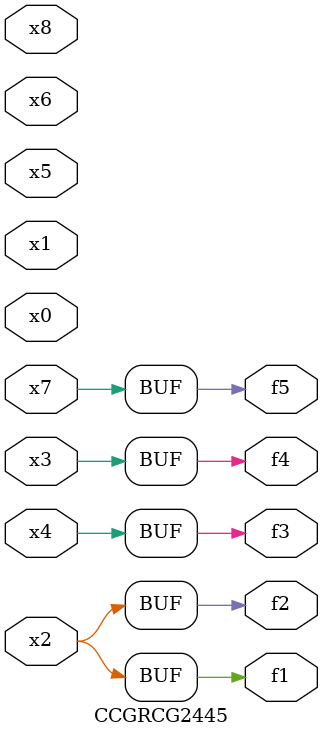
<source format=v>
module CCGRCG2445(
	input x0, x1, x2, x3, x4, x5, x6, x7, x8,
	output f1, f2, f3, f4, f5
);
	assign f1 = x2;
	assign f2 = x2;
	assign f3 = x4;
	assign f4 = x3;
	assign f5 = x7;
endmodule

</source>
